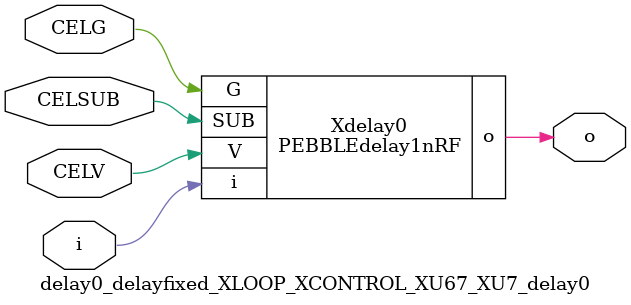
<source format=v>



module PEBBLEdelay1nRF ( o, V, G, i, SUB );

  input V;
  input i;
  input G;
  output o;
  input SUB;
endmodule

//Celera Confidential Do Not Copy delay0_delayfixed_XLOOP_XCONTROL_XU67_XU7_delay0
//TYPE: fixed 1ns
module delay0_delayfixed_XLOOP_XCONTROL_XU67_XU7_delay0 (i, CELV, o,
CELG,CELSUB);
input CELV;
input i;
output o;
input CELSUB;
input CELG;

//Celera Confidential Do Not Copy delayfast0
PEBBLEdelay1nRF Xdelay0(
.V (CELV),
.i (i),
.o (o),
.G (CELG),
.SUB (CELSUB)
);
//,diesize,PEBBLEdelay1nRF

//Celera Confidential Do Not Copy Module End
//Celera Schematic Generator
endmodule

</source>
